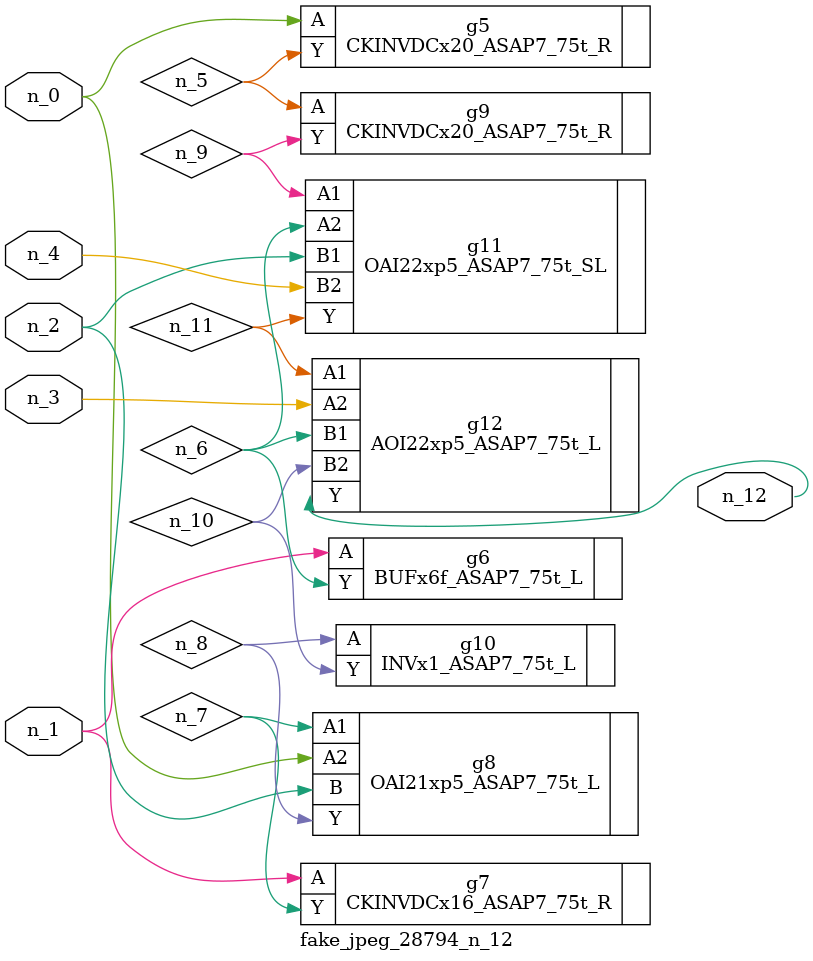
<source format=v>
module fake_jpeg_28794_n_12 (n_3, n_2, n_1, n_0, n_4, n_12);

input n_3;
input n_2;
input n_1;
input n_0;
input n_4;

output n_12;

wire n_11;
wire n_10;
wire n_8;
wire n_9;
wire n_6;
wire n_5;
wire n_7;

CKINVDCx20_ASAP7_75t_R g5 ( 
.A(n_0),
.Y(n_5)
);

BUFx6f_ASAP7_75t_L g6 ( 
.A(n_1),
.Y(n_6)
);

CKINVDCx16_ASAP7_75t_R g7 ( 
.A(n_1),
.Y(n_7)
);

OAI21xp5_ASAP7_75t_L g8 ( 
.A1(n_7),
.A2(n_0),
.B(n_2),
.Y(n_8)
);

INVx1_ASAP7_75t_L g10 ( 
.A(n_8),
.Y(n_10)
);

CKINVDCx20_ASAP7_75t_R g9 ( 
.A(n_5),
.Y(n_9)
);

OAI22xp5_ASAP7_75t_SL g11 ( 
.A1(n_9),
.A2(n_6),
.B1(n_2),
.B2(n_4),
.Y(n_11)
);

AOI22xp5_ASAP7_75t_L g12 ( 
.A1(n_11),
.A2(n_3),
.B1(n_6),
.B2(n_10),
.Y(n_12)
);


endmodule
</source>
